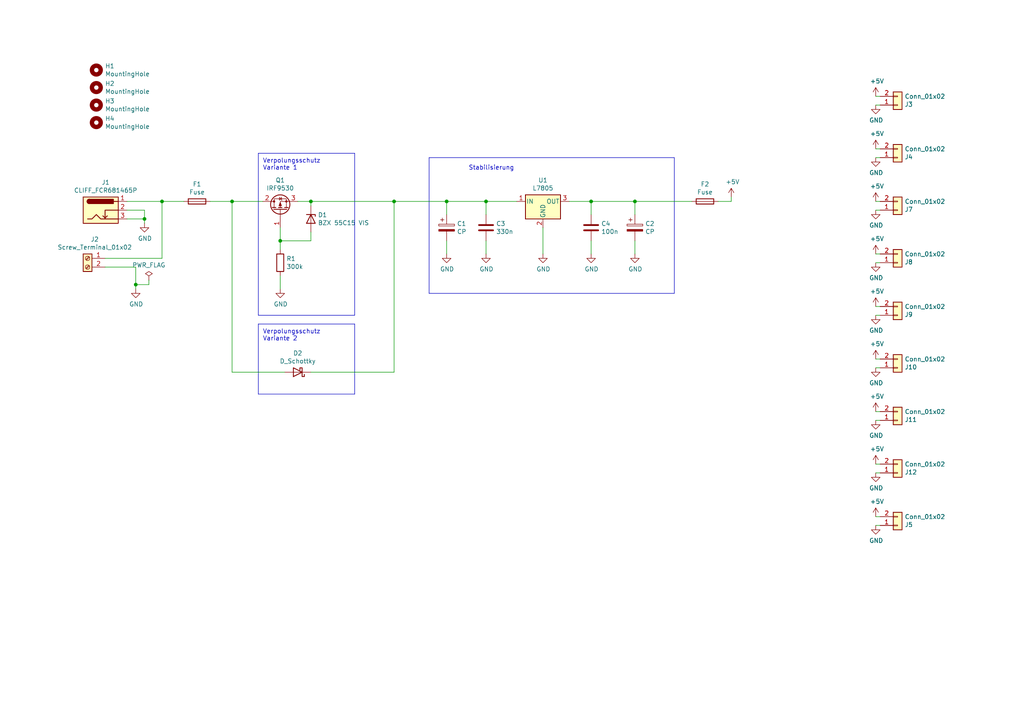
<source format=kicad_sch>
(kicad_sch (version 20230121) (generator eeschema)
  (paper "A4")
  (lib_symbols
    (symbol "Connector:Screw_Terminal_01x02" (pin_names (offset 1.016) hide)
      (property "Reference" "J" (at 0 2.54 0))
      (property "Value" "Screw_Terminal_01x02" (at 0 -5.08 0))
      (symbol "Screw_Terminal_01x02_1_1"
        (rectangle (start -1.27 1.27) (end 1.27 -3.81) (stroke (width 0.254)) (fill (type background)))
        (circle (center 0 -2.54) (radius 0.635) (stroke (width 0.1524)))
        (polyline (pts (xy -0.5334 -2.2098) (xy 0.3302 -3.048)) (stroke (width 0.1524)))
        (polyline (pts (xy -0.5334 0.3302) (xy 0.3302 -0.508)) (stroke (width 0.1524)))
        (polyline (pts (xy -0.3556 -2.032) (xy 0.508 -2.8702)) (stroke (width 0.1524)))
        (polyline (pts (xy -0.3556 0.508) (xy 0.508 -0.3302)) (stroke (width 0.1524)))
        (circle (center 0 0) (radius 0.635) (stroke (width 0.1524)))
        (pin passive line (at -5.08 0 0) (length 3.81) (name "Pin_1") (number "1"))
        (pin passive line (at -5.08 -2.54 0) (length 3.81) (name "Pin_2") (number "2"))
      )
    )
    (symbol "Connector_Generic:Conn_01x02" (pin_names (offset 1.016) hide)
      (property "Reference" "J" (at 0 2.54 0))
      (property "Value" "Conn_01x02" (at 0 -5.08 0))
      (symbol "Conn_01x02_1_1"
        (rectangle (start -1.27 -2.413) (end 0 -2.667) (stroke (width 0.1524)))
        (rectangle (start -1.27 0.127) (end 0 -0.127) (stroke (width 0.1524)))
        (rectangle (start -1.27 1.27) (end 1.27 -3.81) (stroke (width 0.254)) (fill (type background)))
        (pin passive line (at -5.08 0 0) (length 3.81) (name "Pin_1") (number "1"))
        (pin passive line (at -5.08 -2.54 0) (length 3.81) (name "Pin_2") (number "2"))
      )
    )
    (symbol "Device:C" (pin_numbers hide) (pin_names (offset 0.254))
      (property "Reference" "C" (at 0.635 2.54 0))
      (property "Value" "C" (at 0.635 -2.54 0))
      (symbol "C_0_1"
        (polyline (pts (xy -2.032 -0.762) (xy 2.032 -0.762)) (stroke (width 0.508)))
        (polyline (pts (xy -2.032 0.762) (xy 2.032 0.762)) (stroke (width 0.508)))
      )
      (symbol "C_1_1"
        (pin passive line (at 0 3.81 270) (length 2.794) (name "~") (number "1"))
        (pin passive line (at 0 -3.81 90) (length 2.794) (name "~") (number "2"))
      )
    )
    (symbol "Device:D_Schottky" (pin_numbers hide) (pin_names (offset 1.016) hide)
      (property "Reference" "D" (at 0 2.54 0))
      (property "Value" "D_Schottky" (at 0 -2.54 0))
      (symbol "D_Schottky_0_1"
        (polyline (pts (xy 1.27 0) (xy -1.27 0)))
        (polyline (pts (xy 1.27 1.27) (xy 1.27 -1.27) (xy -1.27 0) (xy 1.27 1.27)) (stroke (width 0.254)))
        (polyline (pts (xy -1.905 0.635) (xy -1.905 1.27) (xy -1.27 1.27) (xy -1.27 -1.27) (xy -0.635 -1.27) (xy -0.635 -0.635)) (stroke (width 0.254)))
      )
      (symbol "D_Schottky_1_1"
        (pin passive line (at -3.81 0 0) (length 2.54) (name "K") (number "1"))
        (pin passive line (at 3.81 0 180) (length 2.54) (name "A") (number "2"))
      )
    )
    (symbol "Device:D_Zener" (pin_numbers hide) (pin_names (offset 1.016) hide)
      (property "Reference" "D" (at 0 2.54 0))
      (property "Value" "D_Zener" (at 0 -2.54 0))
      (symbol "D_Zener_0_1"
        (polyline (pts (xy 1.27 0) (xy -1.27 0)))
        (polyline (pts (xy -1.27 -1.27) (xy -1.27 1.27) (xy -0.762 1.27)) (stroke (width 0.254)))
        (polyline (pts (xy 1.27 -1.27) (xy 1.27 1.27) (xy -1.27 0) (xy 1.27 -1.27)) (stroke (width 0.254)))
      )
      (symbol "D_Zener_1_1"
        (pin passive line (at -3.81 0 0) (length 2.54) (name "K") (number "1"))
        (pin passive line (at 3.81 0 180) (length 2.54) (name "A") (number "2"))
      )
    )
    (symbol "Device:Fuse" (pin_numbers hide) (pin_names (offset 0))
      (property "Reference" "F" (at 2.032 0 90))
      (property "Value" "Fuse" (at -1.905 0 90))
      (symbol "Fuse_0_1"
        (rectangle (start -0.762 -2.54) (end 0.762 2.54) (stroke (width 0.254)))
        (polyline (pts (xy 0 2.54) (xy 0 -2.54)))
      )
      (symbol "Fuse_1_1"
        (pin passive line (at 0 3.81 270) (length 1.27) (name "~") (number "1"))
        (pin passive line (at 0 -3.81 90) (length 1.27) (name "~") (number "2"))
      )
    )
    (symbol "Device:R" (pin_numbers hide) (pin_names (offset 0))
      (property "Reference" "R" (at 2.032 0 90))
      (property "Value" "R" (at 0 0 90))
      (symbol "R_0_1"
        (rectangle (start -1.016 -2.54) (end 1.016 2.54) (stroke (width 0.254)))
      )
      (symbol "R_1_1"
        (pin passive line (at 0 3.81 270) (length 1.27) (name "~") (number "1"))
        (pin passive line (at 0 -3.81 90) (length 1.27) (name "~") (number "2"))
      )
    )
    (symbol "Mechanical:MountingHole" (pin_names (offset 1.016))
      (property "Reference" "H" (at 0 5.08 0))
      (property "Value" "MountingHole" (at 0 3.175 0))
      (symbol "MountingHole_0_1"
        (circle (center 0 0) (radius 1.27) (stroke (width 1.27)))
      )
    )
    (symbol "Regulator_Linear:L7805" (pin_names (offset 0.254))
      (property "Reference" "U" (at -3.81 3.175 0))
      (property "Value" "L7805" (at 0 3.175 0))
      (symbol "L7805_0_1"
        (rectangle (start -5.08 1.905) (end 5.08 -5.08) (stroke (width 0.254)) (fill (type background)))
      )
      (symbol "L7805_1_1"
        (pin power_in line (at -7.62 0 0) (length 2.54) (name "IN") (number "1"))
        (pin power_in line (at 0 -7.62 90) (length 2.54) (name "GND") (number "2"))
        (pin power_out line (at 7.62 0 180) (length 2.54) (name "OUT") (number "3"))
      )
    )
    (symbol "power-rescue:CLIFF_FCR681465P-bonsai-power" (pin_names hide)
      (property "Reference" "J" (at 0 5.334 0))
      (property "Value" "bonsai-power_CLIFF_FCR681465P" (at 0 -5.08 0))
      (symbol "CLIFF_FCR681465P-bonsai-power_0_1"
        (rectangle (start -5.08 3.81) (end 5.08 -3.81) (stroke (width 0.254)) (fill (type background)))
        (arc (start -3.302 3.175) (mid -3.9343 2.54) (end -3.302 1.905) (stroke (width 0.254)))
        (arc (start -3.302 3.175) (mid -3.9343 2.54) (end -3.302 1.905) (stroke (width 0.254)) (fill (type outline)))
        (polyline (pts (xy 1.27 -2.286) (xy 1.905 -1.651)) (stroke (width 0.254)))
        (polyline (pts (xy 5.08 2.54) (xy 3.81 2.54)) (stroke (width 0.254)))
        (polyline (pts (xy 5.08 0) (xy 1.27 0) (xy 1.27 -2.286) (xy 0.635 -1.651)) (stroke (width 0.254)))
        (polyline (pts (xy -3.81 -2.54) (xy -2.54 -2.54) (xy -1.27 -1.27) (xy 0 -2.54) (xy 2.54 -2.54) (xy 5.08 -2.54)) (stroke (width 0.254)))
        (rectangle (start 3.683 3.175) (end -3.302 1.905) (stroke (width 0.254)) (fill (type outline)))
      )
      (symbol "CLIFF_FCR681465P-bonsai-power_1_1"
        (pin passive line (at 7.62 2.54 180) (length 2.54) (name "~") (number "1"))
        (pin passive line (at 7.62 0 180) (length 2.54) (name "~") (number "2"))
        (pin passive line (at 7.62 -2.54 180) (length 2.54) (name "~") (number "3"))
      )
    )
    (symbol "power-rescue:CP-Device" (pin_numbers hide) (pin_names (offset 0.254))
      (property "Reference" "C" (at 0.635 2.54 0))
      (property "Value" "Device_CP" (at 0.635 -2.54 0))
      (symbol "CP-Device_0_1"
        (rectangle (start -2.286 0.508) (end 2.286 1.016))
        (polyline (pts (xy -1.778 2.286) (xy -0.762 2.286)))
        (polyline (pts (xy -1.27 2.794) (xy -1.27 1.778)))
        (rectangle (start 2.286 -0.508) (end -2.286 -1.016) (fill (type outline)))
      )
      (symbol "CP-Device_1_1"
        (pin passive line (at 0 3.81 270) (length 2.794) (name "~") (number "1"))
        (pin passive line (at 0 -3.81 90) (length 2.794) (name "~") (number "2"))
      )
    )
    (symbol "power-rescue:IRF9530-bonsai-power" (pin_names hide)
      (property "Reference" "Q" (at 5.08 1.905 0))
      (property "Value" "bonsai-power_IRF9530" (at 5.08 0 0))
      (symbol "IRF9530-bonsai-power_0_1"
        (polyline (pts (xy 0.254 0) (xy -2.54 0)))
        (polyline (pts (xy 0.254 1.905) (xy 0.254 -1.905)) (stroke (width 0.254)))
        (polyline (pts (xy 0.762 -1.27) (xy 0.762 -2.286)) (stroke (width 0.254)))
        (polyline (pts (xy 0.762 0.508) (xy 0.762 -0.508)) (stroke (width 0.254)))
        (polyline (pts (xy 0.762 2.286) (xy 0.762 1.27)) (stroke (width 0.254)))
        (polyline (pts (xy 2.54 2.54) (xy 2.54 1.778)))
        (polyline (pts (xy 2.54 -2.54) (xy 2.54 0) (xy 0.762 0)))
        (polyline (pts (xy 0.762 1.778) (xy 3.302 1.778) (xy 3.302 -1.778) (xy 0.762 -1.778)))
        (polyline (pts (xy 2.286 0) (xy 1.27 0.381) (xy 1.27 -0.381) (xy 2.286 0)) (fill (type outline)))
        (polyline (pts (xy 2.794 -0.508) (xy 2.921 -0.381) (xy 3.683 -0.381) (xy 3.81 -0.254)))
        (polyline (pts (xy 3.302 -0.381) (xy 2.921 0.254) (xy 3.683 0.254) (xy 3.302 -0.381)))
        (circle (center 1.651 0) (radius 2.794) (stroke (width 0.254)))
        (circle (center 2.54 -1.778) (radius 0.254) (fill (type outline)))
        (circle (center 2.54 1.778) (radius 0.254) (fill (type outline)))
      )
      (symbol "IRF9530-bonsai-power_1_1"
        (pin input line (at -5.08 0 0) (length 2.54) (name "G") (number "1"))
        (pin passive line (at 2.54 5.08 270) (length 2.54) (name "D") (number "2"))
        (pin passive line (at 2.54 -5.08 90) (length 2.54) (name "S") (number "3"))
      )
    )
    (symbol "power:+5V" (power) (pin_names (offset 0))
      (property "Value" "+5V" (at 0 3.556 0))
      (symbol "+5V_0_1"
        (polyline (pts (xy -0.762 1.27) (xy 0 2.54)))
        (polyline (pts (xy 0 0) (xy 0 2.54)))
        (polyline (pts (xy 0 2.54) (xy 0.762 1.27)))
      )
      (symbol "+5V_1_1"
        (pin power_in line (at 0 0 90) (length 0) hide (name "+5V") (number "1"))
      )
    )
    (symbol "power:GND" (power) (pin_names (offset 0))
      (property "Value" "GND" (at 0 -3.81 0))
      (symbol "GND_0_1"
        (polyline (pts (xy 0 0) (xy 0 -1.27) (xy 1.27 -1.27) (xy 0 -2.54) (xy -1.27 -1.27) (xy 0 -1.27)))
      )
      (symbol "GND_1_1"
        (pin power_in line (at 0 0 270) (length 0) hide (name "GND") (number "1"))
      )
    )
    (symbol "power:PWR_FLAG" (power) (pin_numbers hide) (pin_names (offset 0) hide)
      (property "Value" "PWR_FLAG" (at 0 3.81 0))
      (symbol "PWR_FLAG_0_0"
        (pin power_out line (at 0 0 90) (length 0) (name "pwr") (number "1"))
      )
      (symbol "PWR_FLAG_0_1"
        (polyline (pts (xy 0 0) (xy 0 1.27) (xy -1.016 1.905) (xy 0 2.54) (xy 1.016 1.905) (xy 0 1.27)))
      )
    )
  )
  (junction (at 41.91 63.5))
  (junction (at 90.17 58.42))
  (junction (at 184.15 58.42))
  (junction (at 114.3 58.42))
  (junction (at 129.54 58.42))
  (junction (at 46.99 58.42))
  (junction (at 39.37 82.55))
  (junction (at 140.97 58.42))
  (junction (at 67.31 58.42))
  (junction (at 81.28 69.85))
  (junction (at 171.45 58.42))
  (wire (pts (xy 114.3 58.42) (xy 129.54 58.42)))
  (wire (pts (xy 46.99 74.93) (xy 46.99 58.42)))
  (wire (pts (xy 67.31 107.95) (xy 82.55 107.95)))
  (wire (pts (xy 67.31 58.42) (xy 76.2 58.42)))
  (wire (pts (xy 255.27 76.2) (xy 254 76.2)))
  (wire (pts (xy 157.48 73.66) (xy 157.48 66.04)))
  (wire (pts (xy 81.28 80.01) (xy 81.28 83.82)))
  (polyline (pts (xy 195.58 45.72) (xy 195.58 85.09)))
  (wire (pts (xy 140.97 69.85) (xy 140.97 73.66)))
  (wire (pts (xy 208.28 58.42) (xy 212.09 58.42)))
  (wire (pts (xy 114.3 107.95) (xy 114.3 58.42)))
  (wire (pts (xy 81.28 72.39) (xy 81.28 69.85)))
  (wire (pts (xy 43.18 81.28) (xy 43.18 82.55)))
  (wire (pts (xy 90.17 107.95) (xy 114.3 107.95)))
  (wire (pts (xy 254 60.96) (xy 255.27 60.96)))
  (wire (pts (xy 90.17 69.85) (xy 81.28 69.85)))
  (wire (pts (xy 140.97 62.23) (xy 140.97 58.42)))
  (polyline (pts (xy 102.87 91.44) (xy 74.93 91.44)))
  (wire (pts (xy 30.48 74.93) (xy 46.99 74.93)))
  (wire (pts (xy 254 106.68) (xy 255.27 106.68)))
  (wire (pts (xy 86.36 58.42) (xy 90.17 58.42)))
  (wire (pts (xy 129.54 73.66) (xy 129.54 69.85)))
  (wire (pts (xy 41.91 63.5) (xy 41.91 64.77)))
  (wire (pts (xy 39.37 77.47) (xy 39.37 82.55)))
  (wire (pts (xy 184.15 58.42) (xy 200.66 58.42)))
  (wire (pts (xy 255.27 27.94) (xy 254 27.94)))
  (wire (pts (xy 165.1 58.42) (xy 171.45 58.42)))
  (wire (pts (xy 255.27 152.4) (xy 254 152.4)))
  (wire (pts (xy 60.96 58.42) (xy 67.31 58.42)))
  (wire (pts (xy 171.45 58.42) (xy 184.15 58.42)))
  (wire (pts (xy 81.28 69.85) (xy 81.28 66.04)))
  (wire (pts (xy 255.27 119.38) (xy 254 119.38)))
  (wire (pts (xy 36.83 63.5) (xy 41.91 63.5)))
  (polyline (pts (xy 102.87 44.45) (xy 102.87 91.44)))
  (polyline (pts (xy 124.46 85.09) (xy 124.46 45.72)))
  (wire (pts (xy 67.31 58.42) (xy 67.31 107.95)))
  (wire (pts (xy 255.27 134.62) (xy 254 134.62)))
  (wire (pts (xy 129.54 62.23) (xy 129.54 58.42)))
  (wire (pts (xy 212.09 58.42) (xy 212.09 57.15)))
  (wire (pts (xy 255.27 88.9) (xy 254 88.9)))
  (polyline (pts (xy 74.93 93.98) (xy 102.87 93.98)))
  (wire (pts (xy 30.48 77.47) (xy 39.37 77.47)))
  (wire (pts (xy 41.91 60.96) (xy 41.91 63.5)))
  (wire (pts (xy 255.27 30.48) (xy 254 30.48)))
  (wire (pts (xy 36.83 58.42) (xy 46.99 58.42)))
  (wire (pts (xy 46.99 58.42) (xy 53.34 58.42)))
  (wire (pts (xy 255.27 43.18) (xy 254 43.18)))
  (polyline (pts (xy 124.46 45.72) (xy 195.58 45.72)))
  (wire (pts (xy 36.83 60.96) (xy 41.91 60.96)))
  (wire (pts (xy 43.18 82.55) (xy 39.37 82.55)))
  (wire (pts (xy 255.27 104.14) (xy 254 104.14)))
  (wire (pts (xy 184.15 73.66) (xy 184.15 69.85)))
  (wire (pts (xy 140.97 58.42) (xy 149.86 58.42)))
  (polyline (pts (xy 74.93 91.44) (xy 74.93 44.45)))
  (wire (pts (xy 90.17 67.31) (xy 90.17 69.85)))
  (wire (pts (xy 171.45 62.23) (xy 171.45 58.42)))
  (wire (pts (xy 255.27 91.44) (xy 254 91.44)))
  (wire (pts (xy 255.27 149.86) (xy 254 149.86)))
  (polyline (pts (xy 102.87 93.98) (xy 102.87 114.3)))
  (wire (pts (xy 254 121.92) (xy 255.27 121.92)))
  (polyline (pts (xy 195.58 85.09) (xy 124.46 85.09)))
  (wire (pts (xy 255.27 58.42) (xy 254 58.42)))
  (polyline (pts (xy 74.93 44.45) (xy 102.87 44.45)))
  (wire (pts (xy 90.17 59.69) (xy 90.17 58.42)))
  (wire (pts (xy 90.17 58.42) (xy 114.3 58.42)))
  (wire (pts (xy 255.27 137.16) (xy 254 137.16)))
  (wire (pts (xy 39.37 82.55) (xy 39.37 83.82)))
  (wire (pts (xy 129.54 58.42) (xy 140.97 58.42)))
  (wire (pts (xy 184.15 62.23) (xy 184.15 58.42)))
  (wire (pts (xy 254 45.72) (xy 255.27 45.72)))
  (polyline (pts (xy 102.87 114.3) (xy 74.93 114.3)))
  (wire (pts (xy 171.45 73.66) (xy 171.45 69.85)))
  (wire (pts (xy 255.27 73.66) (xy 254 73.66)))
  (polyline (pts (xy 74.93 114.3) (xy 74.93 93.98)))
  (text "Verpolungsschutz\nVariante 1" (at 76.2 49.53 0) (effects (font (size 1.27 1.27)) (justify left bottom)))
  (text "Verpolungsschutz\nVariante 2" (at 76.2 99.06 0) (effects (font (size 1.27 1.27)) (justify left bottom)))
  (text "Stabilisierung" (at 135.89 49.53 0) (effects (font (size 1.27 1.27)) (justify left bottom)))
  (symbol (lib_id "Regulator_Linear:L7805") (at 157.48 58.42 0) (unit 1)
    (property "Reference" "U1" (at 157.48 52.2732 0))
    (property "Value" "L7805" (at 157.48 54.5846 0))
    (property "Footprint" "Package_TO_SOT_THT:TO-220-3_Vertical" (effects hide))
    (property "Datasheet" "http://www.st.com/content/ccc/resource/technical/document/datasheet/41/4f/b3/b0/12/d4/47/88/CD00000444.pdf/files/CD00000444.pdf/jcr:content/translations/en.CD00000444.pdf" (effects hide))
  )
  (symbol (lib_id "Connector_Generic:Conn_01x02") (at 260.35 30.48 0) (mirror x) (unit 1)
    (property "Reference" "J3" (at 262.382 30.2768 0) (effects (justify left)))
    (property "Value" "Conn_01x02" (at 262.382 27.9654 0) (effects (justify left)))
    (property "Footprint" "Connector_Molex:Molex_KK-254_AE-6410-02A_1x02_P2.54mm_Vertical" (effects hide))
  )
  (symbol (lib_id "Connector:Screw_Terminal_01x02") (at 25.4 74.93 0) (mirror y) (unit 1)
    (property "Reference" "J2" (at 27.4828 69.4182 0))
    (property "Value" "Screw_Terminal_01x02" (at 27.4828 71.7296 0))
    (property "Footprint" "TerminalBlock_Phoenix:TerminalBlock_Phoenix_MKDS-1,5-2-5.08_1x02_P5.08mm_Horizontal" (effects hide))
  )
  (symbol (lib_id "power:+5V") (at 212.09 57.15 0) (unit 1)
    (property "Reference" "#PWR01" (effects hide))
    (property "Value" "+5V" (at 212.471 52.7558 0))
  )
  (symbol (lib_id "power:GND") (at 157.48 73.66 0) (unit 1)
    (property "Reference" "#PWR02" (effects hide))
    (property "Value" "GND" (at 157.607 78.0542 0))
  )
  (symbol (lib_id "power:+5V") (at 254 27.94 0) (unit 1)
    (property "Reference" "#PWR03" (effects hide))
    (property "Value" "+5V" (at 254.381 23.5458 0))
  )
  (symbol (lib_id "power-rescue:IRF9530-bonsai-power") (at 81.28 60.96 90) (unit 1)
    (property "Reference" "Q1" (at 81.28 52.2732 90))
    (property "Value" "IRF9530" (at 81.28 54.5846 90))
    (property "Footprint" "Package_TO_SOT_THT:TO-220-3_Vertical" (effects hide))
    (property "Datasheet" "http://www.irf.com/product-info/datasheets/data/irf9530.pdf" (effects hide))
  )
  (symbol (lib_id "Connector_Generic:Conn_01x02") (at 260.35 45.72 0) (mirror x) (unit 1)
    (property "Reference" "J4" (at 262.382 45.5168 0) (effects (justify left)))
    (property "Value" "Conn_01x02" (at 262.382 43.2054 0) (effects (justify left)))
    (property "Footprint" "Connector_Molex:Molex_KK-254_AE-6410-02A_1x02_P2.54mm_Vertical" (effects hide))
  )
  (symbol (lib_id "Device:R") (at 81.28 76.2 0) (unit 1)
    (property "Reference" "R1" (at 83.058 75.0316 0) (effects (justify left)))
    (property "Value" "300k" (at 83.058 77.343 0) (effects (justify left)))
    (property "Footprint" "Resistor_THT:R_Axial_DIN0207_L6.3mm_D2.5mm_P10.16mm_Horizontal" (effects hide))
  )
  (symbol (lib_id "Device:D_Zener") (at 90.17 63.5 270) (unit 1)
    (property "Reference" "D1" (at 92.202 62.3316 90) (effects (justify left)))
    (property "Value" "BZX 55C15 VIS" (at 92.202 64.643 90) (effects (justify left)))
    (property "Footprint" "Diode_THT:D_T-1_P10.16mm_Horizontal" (effects hide))
  )
  (symbol (lib_id "power-rescue:CLIFF_FCR681465P-bonsai-power") (at 29.21 60.96 0) (unit 1)
    (property "Reference" "J1" (at 30.6578 52.9082 0))
    (property "Value" "CLIFF_FCR681465P" (at 30.6578 55.2196 0))
    (property "Footprint" "power:CLIFF_FCR681465P" (effects hide))
  )
  (symbol (lib_id "power:PWR_FLAG") (at 43.18 81.28 0) (unit 1)
    (property "Reference" "#FLG0102" (effects hide))
    (property "Value" "PWR_FLAG" (at 43.18 76.8858 0))
  )
  (symbol (lib_id "Device:D_Schottky") (at 86.36 107.95 180) (unit 1)
    (property "Reference" "D2" (at 86.36 102.4382 0))
    (property "Value" "D_Schottky" (at 86.36 104.7496 0))
    (property "Footprint" "power:D_DO-201AE_P12.70mm_Horizontal" (effects hide))
  )
  (symbol (lib_id "power:GND") (at 254 30.48 0) (unit 1)
    (property "Reference" "#PWR013" (effects hide))
    (property "Value" "GND" (at 254.127 34.8742 0))
  )
  (symbol (lib_id "power:GND") (at 254 45.72 0) (unit 1)
    (property "Reference" "#PWR015" (effects hide))
    (property "Value" "GND" (at 254.127 50.1142 0))
  )
  (symbol (lib_id "power:+5V") (at 254 43.18 0) (unit 1)
    (property "Reference" "#PWR014" (effects hide))
    (property "Value" "+5V" (at 254.381 38.7858 0))
  )
  (symbol (lib_id "power-rescue:CP-Device") (at 129.54 66.04 0) (unit 1)
    (property "Reference" "C1" (at 132.5372 64.8716 0) (effects (justify left)))
    (property "Value" "CP" (at 132.5372 67.183 0) (effects (justify left)))
    (property "Footprint" "power:CP_2.5_3.5_5" (effects hide))
  )
  (symbol (lib_id "power-rescue:CP-Device") (at 184.15 66.04 0) (unit 1)
    (property "Reference" "C2" (at 187.1472 64.8716 0) (effects (justify left)))
    (property "Value" "CP" (at 187.1472 67.183 0) (effects (justify left)))
    (property "Footprint" "power:CP_2.5_3.5_5" (effects hide))
  )
  (symbol (lib_id "power:GND") (at 184.15 73.66 0) (unit 1)
    (property "Reference" "#PWR05" (effects hide))
    (property "Value" "GND" (at 184.277 78.0542 0))
  )
  (symbol (lib_id "power:GND") (at 129.54 73.66 0) (unit 1)
    (property "Reference" "#PWR04" (effects hide))
    (property "Value" "GND" (at 129.667 78.0542 0))
  )
  (symbol (lib_id "Connector_Generic:Conn_01x02") (at 260.35 60.96 0) (mirror x) (unit 1)
    (property "Reference" "J7" (at 262.382 60.7568 0) (effects (justify left)))
    (property "Value" "Conn_01x02" (at 262.382 58.4454 0) (effects (justify left)))
    (property "Footprint" "Connector_Molex:Molex_KK-254_AE-6410-02A_1x02_P2.54mm_Vertical" (effects hide))
  )
  (symbol (lib_id "power:GND") (at 254 60.96 0) (unit 1)
    (property "Reference" "#PWR07" (effects hide))
    (property "Value" "GND" (at 254.127 65.3542 0))
  )
  (symbol (lib_id "power:+5V") (at 254 58.42 0) (unit 1)
    (property "Reference" "#PWR06" (effects hide))
    (property "Value" "+5V" (at 254.381 54.0258 0))
  )
  (symbol (lib_id "Connector_Generic:Conn_01x02") (at 260.35 76.2 0) (mirror x) (unit 1)
    (property "Reference" "J8" (at 262.382 75.9968 0) (effects (justify left)))
    (property "Value" "Conn_01x02" (at 262.382 73.6854 0) (effects (justify left)))
    (property "Footprint" "Connector_Molex:Molex_KK-254_AE-6410-02A_1x02_P2.54mm_Vertical" (effects hide))
  )
  (symbol (lib_id "power:GND") (at 254 76.2 0) (unit 1)
    (property "Reference" "#PWR018" (effects hide))
    (property "Value" "GND" (at 254.127 80.5942 0))
  )
  (symbol (lib_id "power:+5V") (at 254 73.66 0) (unit 1)
    (property "Reference" "#PWR08" (effects hide))
    (property "Value" "+5V" (at 254.381 69.2658 0))
  )
  (symbol (lib_id "power:GND") (at 140.97 73.66 0) (unit 1)
    (property "Reference" "#PWR016" (effects hide))
    (property "Value" "GND" (at 141.097 78.0542 0))
  )
  (symbol (lib_id "power:GND") (at 171.45 73.66 0) (unit 1)
    (property "Reference" "#PWR017" (effects hide))
    (property "Value" "GND" (at 171.577 78.0542 0))
  )
  (symbol (lib_id "power:GND") (at 81.28 83.82 0) (unit 1)
    (property "Reference" "#PWR010" (effects hide))
    (property "Value" "GND" (at 81.407 88.2142 0))
  )
  (symbol (lib_id "power:GND") (at 39.37 83.82 0) (unit 1)
    (property "Reference" "#PWR011" (effects hide))
    (property "Value" "GND" (at 39.497 88.2142 0))
  )
  (symbol (lib_id "Device:C") (at 140.97 66.04 0) (unit 1)
    (property "Reference" "C3" (at 143.891 64.8716 0) (effects (justify left)))
    (property "Value" "330n" (at 143.891 67.183 0) (effects (justify left)))
    (property "Footprint" "power:C_Rect_L7.2mm_W2.2mm_P2.54mm_P5.08mm" (effects hide))
  )
  (symbol (lib_id "Device:C") (at 171.45 66.04 0) (unit 1)
    (property "Reference" "C4" (at 174.371 64.8716 0) (effects (justify left)))
    (property "Value" "100n" (at 174.371 67.183 0) (effects (justify left)))
    (property "Footprint" "power:C_Rect_L7.2mm_W2.2mm_P2.54mm_P5.08mm" (effects hide))
  )
  (symbol (lib_id "power:GND") (at 41.91 64.77 0) (unit 1)
    (property "Reference" "#PWR09" (effects hide))
    (property "Value" "GND" (at 42.037 69.1642 0))
  )
  (symbol (lib_id "Connector_Generic:Conn_01x02") (at 260.35 91.44 0) (mirror x) (unit 1)
    (property "Reference" "J9" (at 262.382 91.2368 0) (effects (justify left)))
    (property "Value" "Conn_01x02" (at 262.382 88.9254 0) (effects (justify left)))
    (property "Footprint" "Connector_Molex:Molex_KK-254_AE-6410-02A_1x02_P2.54mm_Vertical" (effects hide))
  )
  (symbol (lib_id "power:+5V") (at 254 88.9 0) (unit 1)
    (property "Reference" "#PWR019" (effects hide))
    (property "Value" "+5V" (at 254.381 84.5058 0))
  )
  (symbol (lib_id "Connector_Generic:Conn_01x02") (at 260.35 106.68 0) (mirror x) (unit 1)
    (property "Reference" "J10" (at 262.382 106.4768 0) (effects (justify left)))
    (property "Value" "Conn_01x02" (at 262.382 104.1654 0) (effects (justify left)))
    (property "Footprint" "Connector_Molex:Molex_KK-254_AE-6410-02A_1x02_P2.54mm_Vertical" (effects hide))
  )
  (symbol (lib_id "power:GND") (at 254 91.44 0) (unit 1)
    (property "Reference" "#PWR020" (effects hide))
    (property "Value" "GND" (at 254.127 95.8342 0))
  )
  (symbol (lib_id "power:GND") (at 254 106.68 0) (unit 1)
    (property "Reference" "#PWR022" (effects hide))
    (property "Value" "GND" (at 254.127 111.0742 0))
  )
  (symbol (lib_id "power:+5V") (at 254 104.14 0) (unit 1)
    (property "Reference" "#PWR021" (effects hide))
    (property "Value" "+5V" (at 254.381 99.7458 0))
  )
  (symbol (lib_id "Connector_Generic:Conn_01x02") (at 260.35 121.92 0) (mirror x) (unit 1)
    (property "Reference" "J11" (at 262.382 121.7168 0) (effects (justify left)))
    (property "Value" "Conn_01x02" (at 262.382 119.4054 0) (effects (justify left)))
    (property "Footprint" "Connector_Molex:Molex_KK-254_AE-6410-02A_1x02_P2.54mm_Vertical" (effects hide))
  )
  (symbol (lib_id "power:GND") (at 254 121.92 0) (unit 1)
    (property "Reference" "#PWR024" (effects hide))
    (property "Value" "GND" (at 254.127 126.3142 0))
  )
  (symbol (lib_id "power:+5V") (at 254 119.38 0) (unit 1)
    (property "Reference" "#PWR023" (effects hide))
    (property "Value" "+5V" (at 254.381 114.9858 0))
  )
  (symbol (lib_id "Connector_Generic:Conn_01x02") (at 260.35 137.16 0) (mirror x) (unit 1)
    (property "Reference" "J12" (at 262.382 136.9568 0) (effects (justify left)))
    (property "Value" "Conn_01x02" (at 262.382 134.6454 0) (effects (justify left)))
    (property "Footprint" "Connector_Molex:Molex_KK-254_AE-6410-02A_1x02_P2.54mm_Vertical" (effects hide))
  )
  (symbol (lib_id "power:GND") (at 254 137.16 0) (unit 1)
    (property "Reference" "#PWR026" (effects hide))
    (property "Value" "GND" (at 254.127 141.5542 0))
  )
  (symbol (lib_id "power:+5V") (at 254 134.62 0) (unit 1)
    (property "Reference" "#PWR025" (effects hide))
    (property "Value" "+5V" (at 254.381 130.2258 0))
  )
  (symbol (lib_id "Mechanical:MountingHole") (at 27.94 20.32 0) (unit 1)
    (property "Reference" "H1" (at 30.48 19.1516 0) (effects (justify left)))
    (property "Value" "MountingHole" (at 30.48 21.463 0) (effects (justify left)))
    (property "Footprint" "power:MountingHole_3.5mm" (effects hide))
  )
  (symbol (lib_id "Mechanical:MountingHole") (at 27.94 25.4 0) (unit 1)
    (property "Reference" "H2" (at 30.48 24.2316 0) (effects (justify left)))
    (property "Value" "MountingHole" (at 30.48 26.543 0) (effects (justify left)))
    (property "Footprint" "power:MountingHole_3.5mm" (effects hide))
  )
  (symbol (lib_id "Mechanical:MountingHole") (at 27.94 30.48 0) (unit 1)
    (property "Reference" "H3" (at 30.48 29.3116 0) (effects (justify left)))
    (property "Value" "MountingHole" (at 30.48 31.623 0) (effects (justify left)))
    (property "Footprint" "power:MountingHole_3.5mm" (effects hide))
  )
  (symbol (lib_id "Mechanical:MountingHole") (at 27.94 35.56 0) (unit 1)
    (property "Reference" "H4" (at 30.48 34.3916 0) (effects (justify left)))
    (property "Value" "MountingHole" (at 30.48 36.703 0) (effects (justify left)))
    (property "Footprint" "power:MountingHole_3.5mm" (effects hide))
  )
  (symbol (lib_id "power:+5V") (at 254 149.86 0) (unit 1)
    (property "Reference" "#PWR012" (effects hide))
    (property "Value" "+5V" (at 254.381 145.4658 0))
  )
  (symbol (lib_id "power:GND") (at 254 152.4 0) (unit 1)
    (property "Reference" "#PWR027" (effects hide))
    (property "Value" "GND" (at 254.127 156.7942 0))
  )
  (symbol (lib_id "Connector_Generic:Conn_01x02") (at 260.35 152.4 0) (mirror x) (unit 1)
    (property "Reference" "J5" (at 262.382 152.1968 0) (effects (justify left)))
    (property "Value" "Conn_01x02" (at 262.382 149.8854 0) (effects (justify left)))
    (property "Footprint" "Connector_Molex:Molex_KK-254_AE-6410-02A_1x02_P2.54mm_Vertical" (effects hide))
  )
  (symbol (lib_id "Device:Fuse") (at 204.47 58.42 270) (unit 1)
    (property "Reference" "F2" (at 204.47 53.4162 90))
    (property "Value" "Fuse" (at 204.47 55.7276 90))
    (property "Footprint" "power:Sicherungshalter" (effects hide))
  )
  (symbol (lib_id "Device:Fuse") (at 57.15 58.42 270) (unit 1)
    (property "Reference" "F1" (at 57.15 53.4162 90))
    (property "Value" "Fuse" (at 57.15 55.7276 90))
    (property "Footprint" "power:Sicherungshalter" (effects hide))
  )
)
</source>
